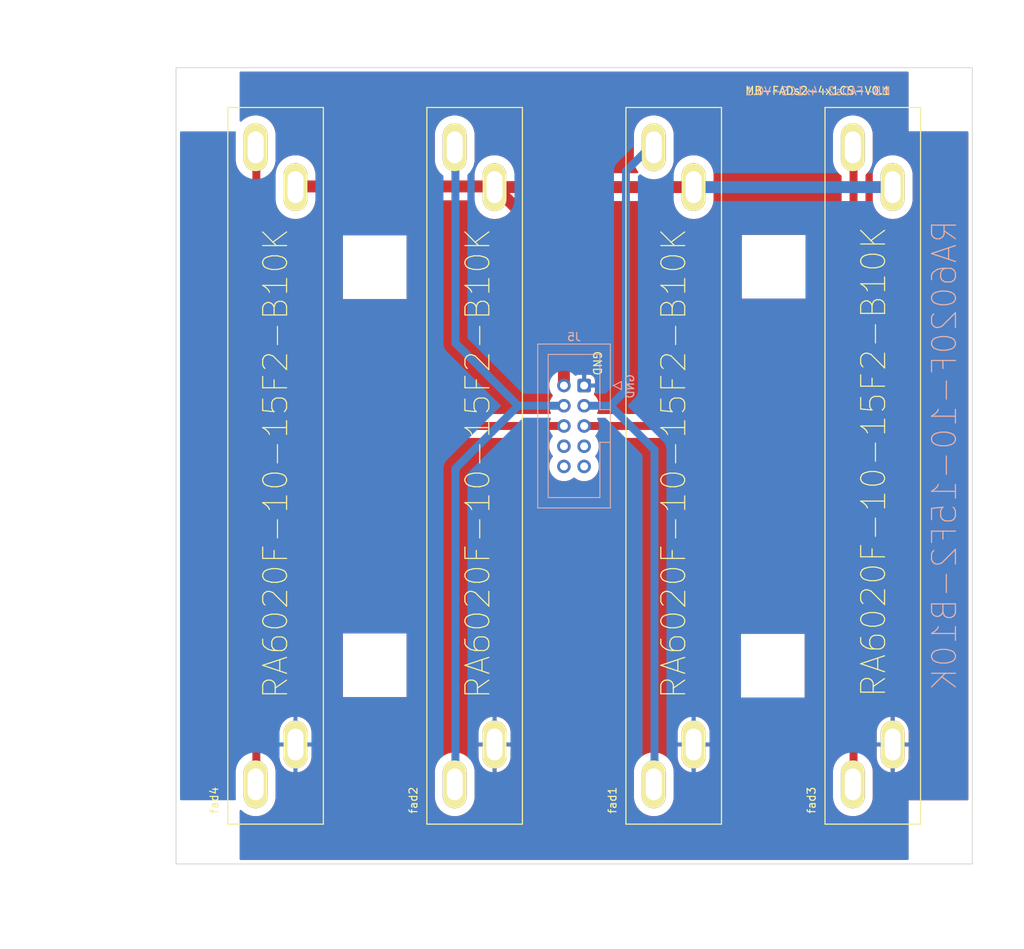
<source format=kicad_pcb>
(kicad_pcb (version 20221018) (generator pcbnew)
  (layers (0 "F.Cu" signal) (31 "B.Cu" signal) (34 "B.Paste" user) (35 "F.Paste" user) (36 "B.SilkS" user "B.Silkscreen") (37 "F.SilkS" user "F.Silkscreen") (38 "B.Mask" user) (39 "F.Mask" user) (44 "Edge.Cuts" user))
  (net 0 "")
  (net 1 "GND")
  (net 2 "+3V0")
  (net 3 "Net-(J5-A7)")
  (net 4 "Net-(J5-A6)")
  (net 5 "Net-(J5-A5)")
  (net 6 "Net-(J5-A4)")
  (footprint "ksir 2022:fader" (layer "F.Cu") (at 156.5 145)
    (fp_text reference "fad3" (at -1.7 -3 90 unlocked) (layer "F.SilkS"))
    (fp_text value "RA6020F-10-15F2-B10K" hide)
    (fp_line (start 0 0) (end 0 -90) (stroke (width 0.15)) (layer "F.SilkS"))
    (fp_line (start 12 -90) (end 0 -90) (stroke (width 0.15)) (layer "F.SilkS"))
    (fp_line (start 12 -89) (end 12 -90) (stroke (width 0.15)) (layer "F.SilkS"))
    (fp_line (start 12 0) (end 0 0) (stroke (width 0.15)) (layer "F.SilkS"))
    (fp_line (start 12 0) (end 12 -89) (stroke (width 0.15)) (layer "F.SilkS"))
    (pad "1" thru_hole oval (at 8.5 -10) (size 3 6) (drill oval 2 4) (layers "*.Cu" "*.Mask" "F.SilkS") (net 1 "GND"))
    (pad "2" thru_hole oval (at 3.5 -85) (size 3 6) (drill oval 2 4) (layers "*.Cu" "*.Mask" "F.SilkS") (net 5 "Net-(J5-A5)"))
    (pad "2" thru_hole oval (at 3.5 -5) (size 3 6) (drill oval 2 4) (layers "*.Cu" "*.Mask" "F.SilkS") (net 5 "Net-(J5-A5)"))
    (pad "3" thru_hole oval (at 8.5 -80) (size 3 6) (drill oval 2 4) (layers "*.Cu" "*.Mask" "F.SilkS") (net 2 "+3V0"))
  )
  (footprint "ksir 2022:fader" (layer "F.Cu") (at 81.5 145)
    (fp_text reference "fad4" (at -1.7 -3 90 unlocked) (layer "F.SilkS"))
    (fp_text value "RA6020F-10-15F2-B10K" hide)
    (fp_line (start 0 0) (end 0 -90) (stroke (width 0.15)) (layer "F.SilkS"))
    (fp_line (start 12 -90) (end 0 -90) (stroke (width 0.15)) (layer "F.SilkS"))
    (fp_line (start 12 -89) (end 12 -90) (stroke (width 0.15)) (layer "F.SilkS"))
    (fp_line (start 12 0) (end 0 0) (stroke (width 0.15)) (layer "F.SilkS"))
    (fp_line (start 12 0) (end 12 -89) (stroke (width 0.15)) (layer "F.SilkS"))
    (pad "1" thru_hole oval (at 8.5 -10) (size 3 6) (drill oval 2 4) (layers "*.Cu" "*.Mask" "F.SilkS") (net 1 "GND"))
    (pad "2" thru_hole oval (at 3.5 -85) (size 3 6) (drill oval 2 4) (layers "*.Cu" "*.Mask" "F.SilkS") (net 6 "Net-(J5-A4)"))
    (pad "2" thru_hole oval (at 3.5 -5) (size 3 6) (drill oval 2 4) (layers "*.Cu" "*.Mask" "F.SilkS") (net 6 "Net-(J5-A4)"))
    (pad "3" thru_hole oval (at 8.5 -80) (size 3 6) (drill oval 2 4) (layers "*.Cu" "*.Mask" "F.SilkS") (net 2 "+3V0"))
  )
  (footprint "ksir 2022:fader" (layer "F.Cu") (at 131.5 145)
    (fp_text reference "fad1" (at -1.7 -3 90 unlocked) (layer "F.SilkS"))
    (fp_text value "RA6020F-10-15F2-B10K" hide)
    (fp_line (start 0 0) (end 0 -90) (stroke (width 0.15)) (layer "F.SilkS"))
    (fp_line (start 12 -90) (end 0 -90) (stroke (width 0.15)) (layer "F.SilkS"))
    (fp_line (start 12 -89) (end 12 -90) (stroke (width 0.15)) (layer "F.SilkS"))
    (fp_line (start 12 0) (end 0 0) (stroke (width 0.15)) (layer "F.SilkS"))
    (fp_line (start 12 0) (end 12 -89) (stroke (width 0.15)) (layer "F.SilkS"))
    (pad "1" thru_hole oval (at 8.5 -10) (size 3 6) (drill oval 2 4) (layers "*.Cu" "*.Mask" "F.SilkS") (net 1 "GND"))
    (pad "2" thru_hole oval (at 3.5 -85) (size 3 6) (drill oval 2 4) (layers "*.Cu" "*.Mask" "F.SilkS") (net 3 "Net-(J5-A7)"))
    (pad "2" thru_hole oval (at 3.5 -5) (size 3 6) (drill oval 2 4) (layers "*.Cu" "*.Mask" "F.SilkS") (net 3 "Net-(J5-A7)"))
    (pad "3" thru_hole oval (at 8.5 -80) (size 3 6) (drill oval 2 4) (layers "*.Cu" "*.Mask" "F.SilkS") (net 2 "+3V0"))
  )
  (footprint "MountingHole:MountingHole_3.2mm_M3" (layer "F.Cu") (at 100 75)
    (fp_text reference "H1" hide)
    (fp_text value "MountingHole" hide)
    (pad "" np_thru_hole circle (at 0 0) (size 3.2 3.2) (drill 3.2) (layers "*.Cu" "*.Mask"))
  )
  (footprint "MountingHole:MountingHole_3.2mm_M3" (layer "F.Cu") (at 79 146)
    (fp_text reference "H3" hide)
    (fp_text value "MountingHole" hide)
    (pad "" np_thru_hole circle (at 0 0) (size 3.2 3.2) (drill 3.2) (layers "*.Cu" "*.Mask"))
  )
  (footprint "MountingHole:MountingHole_3.2mm_M3" (layer "F.Cu") (at 150 125)
    (fp_text reference "H4" hide)
    (fp_text value "MountingHole" hide)
    (pad "" np_thru_hole circle (at 0 0) (size 3.2 3.2) (drill 3.2) (layers "*.Cu" "*.Mask"))
  )
  (footprint "MountingHole:MountingHole_3.2mm_M3" (layer "F.Cu") (at 100 125)
    (fp_text reference "H3" hide)
    (fp_text value "MountingHole" hide)
    (pad "" np_thru_hole circle (at 0 0) (size 3.2 3.2) (drill 3.2) (layers "*.Cu" "*.Mask"))
  )
  (footprint "MountingHole:MountingHole_3.2mm_M3" (layer "F.Cu") (at 171 54)
    (fp_text reference "H1" hide)
    (fp_text value "MountingHole" hide)
    (pad "" np_thru_hole circle (at 0 0) (size 3.2 3.2) (drill 3.2) (layers "*.Cu" "*.Mask"))
  )
  (footprint "MountingHole:MountingHole_3.2mm_M3" (layer "F.Cu") (at 79 54)
    (fp_text reference "H4" hide)
    (fp_text value "MountingHole" hide)
    (pad "" np_thru_hole circle (at 0 0) (size 3.2 3.2) (drill 3.2) (layers "*.Cu" "*.Mask"))
  )
  (footprint "MountingHole:MountingHole_3.2mm_M3" (layer "F.Cu") (at 150 75)
    (fp_text reference "H2" hide)
    (fp_text value "MountingHole" hide)
    (pad "" np_thru_hole circle (at 0 0) (size 3.2 3.2) (drill 3.2) (layers "*.Cu" "*.Mask"))
  )
  (footprint "MountingHole:MountingHole_3.2mm_M3" (layer "F.Cu") (at 171 146)
    (fp_text reference "H2" hide)
    (fp_text value "MountingHole" hide)
    (pad "" np_thru_hole circle (at 0 0) (size 3.2 3.2) (drill 3.2) (layers "*.Cu" "*.Mask"))
  )
  (footprint "ksir 2022:fader" (layer "F.Cu") (at 106.5 145)
    (fp_text reference "fad2" (at -1.7 -3 90 unlocked) (layer "F.SilkS"))
    (fp_text value "RA6020F-10-15F2-B10K" hide)
    (fp_line (start 0 0) (end 0 -90) (stroke (width 0.15)) (layer "F.SilkS"))
    (fp_line (start 12 -90) (end 0 -90) (stroke (width 0.15)) (layer "F.SilkS"))
    (fp_line (start 12 -89) (end 12 -90) (stroke (width 0.15)) (layer "F.SilkS"))
    (fp_line (start 12 0) (end 0 0) (stroke (width 0.15)) (layer "F.SilkS"))
    (fp_line (start 12 0) (end 12 -89) (stroke (width 0.15)) (layer "F.SilkS"))
    (pad "1" thru_hole oval (at 8.5 -10) (size 3 6) (drill oval 2 4) (layers "*.Cu" "*.Mask" "F.SilkS") (net 1 "GND"))
    (pad "2" thru_hole oval (at 3.5 -85) (size 3 6) (drill oval 2 4) (layers "*.Cu" "*.Mask" "F.SilkS") (net 4 "Net-(J5-A6)"))
    (pad "2" thru_hole oval (at 3.5 -5) (size 3 6) (drill oval 2 4) (layers "*.Cu" "*.Mask" "F.SilkS") (net 4 "Net-(J5-A6)"))
    (pad "3" thru_hole oval (at 8.5 -80) (size 3 6) (drill oval 2 4) (layers "*.Cu" "*.Mask" "F.SilkS") (net 2 "+3V0"))
  )
  (footprint "Connector_IDC:IDC-Header_2x05_P2.54mm_Vertical" (layer "B.Cu") (at 126.2525 89.92 180)
    (fp_text reference "J5" (at 1.27 6.1) (layer "B.SilkS") (effects (justify mirror)))
    (fp_text value "IDC-Header_2x05_P2.54mm_Vertical")
    (fp_line (start -4.68 -0.5) (end -3.68 0) (stroke (width 0.12)) (layer "B.SilkS"))
    (fp_line (start -4.68 0.5) (end -4.68 -0.5) (stroke (width 0.12)) (layer "B.SilkS"))
    (fp_line (start -3.68 0) (end -4.68 0.5) (stroke (width 0.12)) (layer "B.SilkS"))
    (fp_line (start -3.29 -15.37) (end -3.29 5.21) (stroke (width 0.12)) (layer "B.SilkS"))
    (fp_line (start -3.29 -3.03) (end -1.98 -3.03) (stroke (width 0.12)) (layer "B.SilkS"))
    (fp_line (start -3.29 5.21) (end 5.83 5.21) (stroke (width 0.12)) (layer "B.SilkS"))
    (fp_line (start -1.98 -14.07) (end -1.98 -7.13) (stroke (width 0.12)) (layer "B.SilkS"))
    (fp_line (start -1.98 -7.13) (end -3.29 -7.13) (stroke (width 0.12)) (layer "B.SilkS"))
    (fp_line (start -1.98 -7.13) (end -1.98 -7.13) (stroke (width 0.12)) (layer "B.SilkS"))
    (fp_line (start -1.98 -3.03) (end -1.98 3.91) (stroke (width 0.12)) (layer "B.SilkS"))
    (fp_line (start -1.98 3.91) (end 4.52 3.91) (stroke (width 0.12)) (layer "B.SilkS"))
    (fp_line (start 4.52 -14.07) (end -1.98 -14.07) (stroke (width 0.12)) (layer "B.SilkS"))
    (fp_line (start 4.52 3.91) (end 4.52 -14.07) (stroke (width 0.12)) (layer "B.SilkS"))
    (fp_line (start 5.83 -15.37) (end -3.29 -15.37) (stroke (width 0.12)) (layer "B.SilkS"))
    (fp_line (start 5.83 5.21) (end 5.83 -15.37) (stroke (width 0.12)) (layer "B.SilkS"))
    (pad "1" thru_hole roundrect (at 0 0 180) (size 1.7 1.7) (drill 1) (layers "F&B.Cu" "*.Mask") (roundrect_rratio 0.1470588235) (net 1 "GND"))
    (pad "2" thru_hole circle (at 2.54 0 180) (size 1.7 1.7) (drill 1) (layers "F&B.Cu" "*.Mask") (net 2 "+3V0"))
    (pad "3" thru_hole circle (at 0 -2.54 180) (size 1.7 1.7) (drill 1) (layers "F&B.Cu" "*.Mask") (net 3 "Net-(J5-A7)"))
    (pad "4" thru_hole circle (at 2.54 -2.54 180) (size 1.7 1.7) (drill 1) (layers "F&B.Cu" "*.Mask") (net 4 "Net-(J5-A6)"))
    (pad "5" thru_hole circle (at 0 -5.08 180) (size 1.7 1.7) (drill 1) (layers "F&B.Cu" "*.Mask") (net 5 "Net-(J5-A5)"))
    (pad "6" thru_hole circle (at 2.54 -5.08 180) (size 1.7 1.7) (drill 1) (layers "F&B.Cu" "*.Mask") (net 6 "Net-(J5-A4)"))
    (pad "7" thru_hole circle (at 0 -7.62 180) (size 1.7 1.7) (drill 1) (layers "F&B.Cu" "*.Mask"))
    (pad "8" thru_hole circle (at 2.54 -7.62 180) (size 1.7 1.7) (drill 1) (layers "F&B.Cu" "*.Mask"))
    (pad "9" thru_hole circle (at 0 -10.16 180) (size 1.7 1.7) (drill 1) (layers "F&B.Cu" "*.Mask"))
    (pad "10" thru_hole circle (at 2.54 -10.16 180) (size 1.7 1.7) (drill 1) (layers "F&B.Cu" "*.Mask"))
  )
  (gr_poly (pts (xy 175 52) (xy 175 150) (xy 173 150) (xy 75 150) (xy 75 148) (xy 75 52) (xy 75 50) (xy 175 50)) (stroke (width 0.1)) (fill none) (layer "Edge.Cuts"))
  (gr_text "RA6020F-10-15F2-B10K" (at 171.5 98.7 90) (layer "B.SilkS") (effects (font (size 3 3)) (justify mirror)))
  (gr_text "GND" (at 132.6 88.4 90) (layer "B.SilkS") (effects (font (size 1 1)) (justify left bottom mirror)))
  (gr_text "MB-FADs2-4x1CS-V0.1" (at 155.6 52.95) (layer "B.SilkS") (effects (font (size 1 1)) (justify mirror)))
  (gr_text "GND" (at 127.3 85.5 -90) (layer "F.SilkS") (effects (font (size 1 1)) (justify left bottom)))
  (gr_text "MB-FADs2-4x1CS-V0.1" (at 155.6 52.9) (layer "F.SilkS") (effects (font (size 1 1))))
  (gr_text "RA6020F-10-15F2-B10K" (at 137.5 99.7 90) (layer "F.SilkS") (effects (font (size 3 3))))
  (gr_text "RA6020F-10-15F2-B10K" (at 162.6 99.5 90) (layer "F.SilkS") (effects (font (size 3 3))))
  (gr_text "RA6020F-10-15F2-B10K" (at 87.5 99.7 90) (layer "F.SilkS") (effects (font (size 3 3))))
  (gr_text "RA6020F-10-15F2-B10K" (at 112.9 99.7 90) (layer "F.SilkS") (effects (font (size 3 3))))
  (segment (start 90.0875 64.9125) (end 115 64.9125) (width 1.5) (layer "F.Cu") (net 2))
  (segment (start 115 64.9125) (end 115.0875 65) (width 1.5) (layer "F.Cu") (net 2))
  (segment (start 123.7125 89.92) (end 123.7125 73.625) (width 1.5) (layer "F.Cu") (net 2))
  (segment (start 115 65) (end 140 65) (width 1.5) (layer "F.Cu") (net 2))
  (segment (start 123.7125 73.625) (end 115.0875 65) (width 1.5) (layer "F.Cu") (net 2))
  (segment (start 140 65) (end 165 65) (width 1.5) (layer "B.Cu") (net 2))
  (segment (start 135.0875 98.0075) (end 129.54 92.46) (width 1) (layer "B.Cu") (net 3))
  (segment (start 131.5 63) (end 131.5 90.5) (width 1) (layer "B.Cu") (net 3))
  (segment (start 135.0875 139.9125) (end 135.0875 98.0075) (width 1) (layer "B.Cu") (net 3))
  (segment (start 135.0875 59.9125) (end 134.5875 59.9125) (width 1) (layer "B.Cu") (net 3))
  (segment (start 131.5 90.5) (end 129.54 92.46) (width 1) (layer "B.Cu") (net 3))
  (segment (start 129.54 92.46) (end 126.2525 92.46) (width 1) (layer "B.Cu") (net 3))
  (segment (start 134.5875 59.9125) (end 131.5 63) (width 1) (layer "B.Cu") (net 3))
  (segment (start 110.0875 84.5875) (end 117.96 92.46) (width 1) (layer "B.Cu") (net 4))
  (segment (start 110.0875 60) (end 110.0875 84.5875) (width 1) (layer "B.Cu") (net 4))
  (segment (start 110.0875 140) (end 110.0875 100.3325) (width 1) (layer "B.Cu") (net 4))
  (segment (start 110.0875 100.3325) (end 117.96 92.46) (width 1) (layer "B.Cu") (net 4))
  (segment (start 117.96 92.46) (end 123.7125 92.46) (width 1) (layer "B.Cu") (net 4))
  (segment (start 160.0875 59.9125) (end 160.0875 85.0125) (width 1) (layer "F.Cu") (net 5))
  (segment (start 160.0875 104.9875) (end 160.0875 139.9125) (width 1) (layer "F.Cu") (net 5))
  (segment (start 126.2525 95) (end 150.1 95) (width 1) (layer "F.Cu") (net 5))
  (segment (start 160.0875 85.0125) (end 150.1 95) (width 1) (layer "F.Cu") (net 5))
  (segment (start 150.1 95) (end 160.0875 104.9875) (width 1) (layer "F.Cu") (net 5))
  (segment (start 85.0875 59.9125) (end 85.0875 79.6875) (width 1) (layer "F.Cu") (net 6))
  (segment (start 85.0875 79.6875) (end 100.4 95) (width 1) (layer "F.Cu") (net 6))
  (segment (start 85.0875 139.9125) (end 85.0875 110.3125) (width 1) (layer "F.Cu") (net 6))
  (segment (start 85.0875 110.3125) (end 100.4 95) (width 1) (layer "F.Cu") (net 6))
  (segment (start 100.4 95) (end 123.7125 95) (width 1) (layer "F.Cu") (net 6))
  (zone (net 1) (net_name "GND") (layer "F.Cu") (connect_pads (clearance 1)) (min_thickness 0.254) (fill yes (thermal_gap 0.508) (thermal_bridge_width 0.508))
    (polygon (pts (xy 174.5 52.5) (xy 174.5 149.5) (xy 172.5 149.5) (xy 75.5 149.5) (xy 75.5 147.5) (xy 75.5 52.5) (xy 75.5 50.5) (xy 174.5 50.5)))
  )
  (zone (net 0) (net_name "") (layers "F&B.Cu" "Eco1.User") (connect_pads (clearance 0)) (min_thickness 0.254)
    (keepout (tracks allowed) (vias allowed) (pads allowed) (copperpour not_allowed) (footprints allowed))
    (fill (thermal_gap 0.508) (thermal_bridge_width 0.508))
    (polygon (pts (xy 154.05 79) (xy 146.05 79) (xy 146.05 71) (xy 154.05 71)))
  )
  (zone (net 0) (net_name "") (layers "F&B.Cu" "Eco1.User") (connect_pads (clearance 0)) (min_thickness 0.254)
    (keepout (tracks allowed) (vias allowed) (pads allowed) (copperpour not_allowed) (footprints allowed))
    (fill (thermal_gap 0.508) (thermal_bridge_width 0.508))
    (polygon (pts (xy 175 150) (xy 167 150) (xy 167 142) (xy 175 142)))
  )
  (zone (net 0) (net_name "") (layers "F&B.Cu" "Eco1.User") (connect_pads (clearance 0)) (min_thickness 0.254)
    (keepout (tracks allowed) (vias allowed) (pads allowed) (copperpour not_allowed) (footprints allowed))
    (fill (thermal_gap 0.508) (thermal_bridge_width 0.508))
    (polygon (pts (xy 153.95 129.1) (xy 145.95 129.1) (xy 145.95 121.1) (xy 153.95 121.1)))
  )
  (zone (net 0) (net_name "") (layers "F&B.Cu" "Eco1.User") (connect_pads (clearance 0)) (min_thickness 0.254)
    (keepout (tracks allowed) (vias allowed) (pads allowed) (copperpour not_allowed) (footprints allowed))
    (fill (thermal_gap 0.508) (thermal_bridge_width 0.508))
    (polygon (pts (xy 103.95 79.05) (xy 95.95 79.05) (xy 95.95 71.05) (xy 103.95 71.05)))
  )
  (zone (net 0) (net_name "") (layers "F&B.Cu" "Eco1.User") (connect_pads (clearance 0)) (min_thickness 0.254)
    (keepout (tracks allowed) (vias allowed) (pads allowed) (copperpour not_allowed) (footprints allowed))
    (fill (thermal_gap 0.508) (thermal_bridge_width 0.508))
    (polygon (pts (xy 175 58) (xy 167 58) (xy 167 50) (xy 175 50)))
  )
  (zone (net 0) (net_name "") (layers "F&B.Cu" "Eco1.User") (connect_pads (clearance 0)) (min_thickness 0.254)
    (keepout (tracks allowed) (vias allowed) (pads allowed) (copperpour not_allowed) (footprints allowed))
    (fill (thermal_gap 0.508) (thermal_bridge_width 0.508))
    (polygon (pts (xy 103.95 129.05) (xy 95.95 129.05) (xy 95.95 121.05) (xy 103.95 121.05)))
  )
  (zone (net 0) (net_name "") (layers "F&B.Cu" "Eco1.User") (connect_pads (clearance 0)) (min_thickness 0.254)
    (keepout (tracks allowed) (vias allowed) (pads allowed) (copperpour not_allowed) (footprints allowed))
    (fill (thermal_gap 0.508) (thermal_bridge_width 0.508))
    (polygon (pts (xy 83 58) (xy 75 58) (xy 75 50) (xy 83 50)))
  )
  (zone (net 0) (net_name "") (layers "F&B.Cu" "Eco1.User") (connect_pads (clearance 0)) (min_thickness 0.254)
    (keepout (tracks allowed) (vias allowed) (pads allowed) (copperpour not_allowed) (footprints allowed))
    (fill (thermal_gap 0.508) (thermal_bridge_width 0.508))
    (polygon (pts (xy 83 150) (xy 75 150) (xy 75 142) (xy 83 142)))
  )
  (zone (net 1) (net_name "GND") (layer "B.Cu") (connect_pads (clearance 1)) (min_thickness 0.254) (fill yes (thermal_gap 0.508) (thermal_bridge_width 0.508))
    (polygon (pts (xy 174.5 52.5) (xy 174.5 149.5) (xy 172.5 149.5) (xy 75.5 149.5) (xy 75.5 147.5) (xy 75.5 52.5) (xy 75.5 50.5) (xy 174.5 50.5)))
  )
)
</source>
